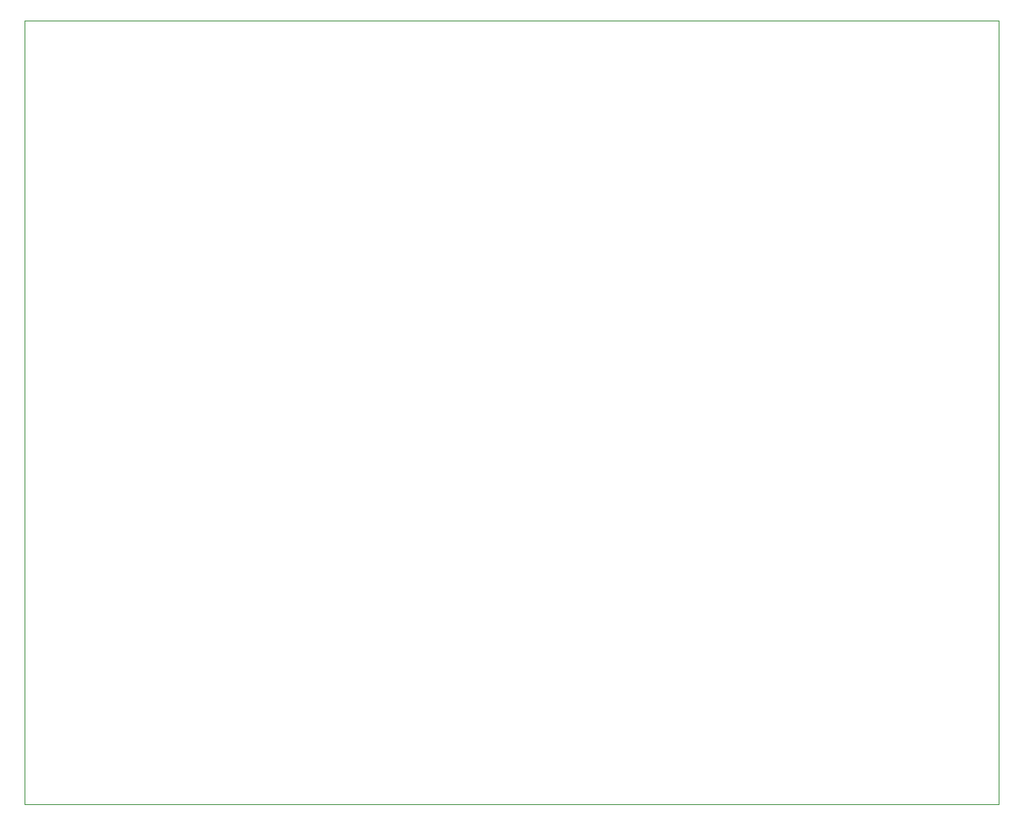
<source format=gbr>
%TF.GenerationSoftware,KiCad,Pcbnew,(6.0.1)*%
%TF.CreationDate,2022-03-30T23:18:15-05:00*%
%TF.ProjectId,system_voltages,73797374-656d-45f7-966f-6c7461676573,rev?*%
%TF.SameCoordinates,Original*%
%TF.FileFunction,Profile,NP*%
%FSLAX46Y46*%
G04 Gerber Fmt 4.6, Leading zero omitted, Abs format (unit mm)*
G04 Created by KiCad (PCBNEW (6.0.1)) date 2022-03-30 23:18:15*
%MOMM*%
%LPD*%
G01*
G04 APERTURE LIST*
%TA.AperFunction,Profile*%
%ADD10C,0.100000*%
%TD*%
G04 APERTURE END LIST*
D10*
X52120800Y-77393800D02*
X156260800Y-77393800D01*
X156260800Y-77393800D02*
X156260800Y-161213800D01*
X156260800Y-161213800D02*
X52120800Y-161213800D01*
X52120800Y-161213800D02*
X52120800Y-77393800D01*
M02*

</source>
